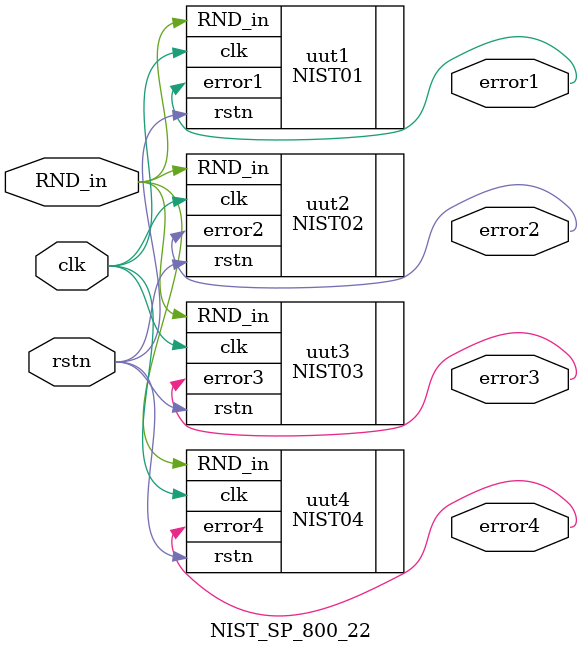
<source format=v>
module NIST_SP_800_22
	(input clk, rstn, RND_in, output error1, error2, error3, error4	);

	NIST01 uut1 (
		.clk(clk),
		.rstn(rstn),// & ~error2),
		.RND_in(RND_in),
		.error1(error1)
	);

	NIST02 uut2 (
		.clk(clk),
		.rstn(rstn),// & ~error1),
		.RND_in(RND_in),
		.error2(error2)
	);

	NIST03 uut3 (
		.clk(clk),
		.rstn(rstn),// & ~error2),
		.RND_in(RND_in),
		.error3(error3)
	);

	NIST04 uut4 (
		.clk(clk),
		.rstn(rstn),// & ~error1),
		.RND_in(RND_in),
		.error4(error4)
	);

endmodule

//(* keep = "true" *)

</source>
